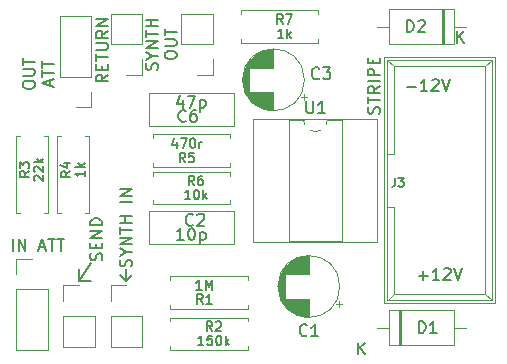
<source format=gbr>
%TF.GenerationSoftware,KiCad,Pcbnew,(6.0.0)*%
%TF.CreationDate,2022-01-09T16:20:31+00:00*%
%TF.ProjectId,aistompboxadapter,61697374-6f6d-4706-926f-786164617074,rev?*%
%TF.SameCoordinates,Original*%
%TF.FileFunction,Legend,Top*%
%TF.FilePolarity,Positive*%
%FSLAX46Y46*%
G04 Gerber Fmt 4.6, Leading zero omitted, Abs format (unit mm)*
G04 Created by KiCad (PCBNEW (6.0.0)) date 2022-01-09 16:20:31*
%MOMM*%
%LPD*%
G01*
G04 APERTURE LIST*
%ADD10C,0.150000*%
%ADD11C,0.135000*%
%ADD12C,0.120000*%
%ADD13C,3.200000*%
%ADD14C,1.600000*%
%ADD15R,2.400000X1.600000*%
%ADD16O,2.400000X1.600000*%
%ADD17O,1.700000X1.700000*%
%ADD18R,1.700000X1.700000*%
%ADD19O,1.600000X1.600000*%
%ADD20R,1.727200X1.727200*%
%ADD21O,1.727200X1.727200*%
%ADD22R,2.200000X2.200000*%
%ADD23O,2.200000X2.200000*%
%ADD24R,1.600000X1.600000*%
G04 APERTURE END LIST*
D10*
X235599761Y-25642857D02*
X235647380Y-25500000D01*
X235647380Y-25261904D01*
X235599761Y-25166666D01*
X235552142Y-25119047D01*
X235456904Y-25071428D01*
X235361666Y-25071428D01*
X235266428Y-25119047D01*
X235218809Y-25166666D01*
X235171190Y-25261904D01*
X235123571Y-25452380D01*
X235075952Y-25547619D01*
X235028333Y-25595238D01*
X234933095Y-25642857D01*
X234837857Y-25642857D01*
X234742619Y-25595238D01*
X234695000Y-25547619D01*
X234647380Y-25452380D01*
X234647380Y-25214285D01*
X234695000Y-25071428D01*
X235171190Y-24452380D02*
X235647380Y-24452380D01*
X234647380Y-24785714D02*
X235171190Y-24452380D01*
X234647380Y-24119047D01*
X235647380Y-23785714D02*
X234647380Y-23785714D01*
X235647380Y-23214285D01*
X234647380Y-23214285D01*
X234647380Y-22880952D02*
X234647380Y-22309523D01*
X235647380Y-22595238D02*
X234647380Y-22595238D01*
X235647380Y-21976190D02*
X234647380Y-21976190D01*
X235123571Y-21976190D02*
X235123571Y-21404761D01*
X235647380Y-21404761D02*
X234647380Y-21404761D01*
X236257380Y-24500000D02*
X236257380Y-24309523D01*
X236305000Y-24214285D01*
X236400238Y-24119047D01*
X236590714Y-24071428D01*
X236924047Y-24071428D01*
X237114523Y-24119047D01*
X237209761Y-24214285D01*
X237257380Y-24309523D01*
X237257380Y-24500000D01*
X237209761Y-24595238D01*
X237114523Y-24690476D01*
X236924047Y-24738095D01*
X236590714Y-24738095D01*
X236400238Y-24690476D01*
X236305000Y-24595238D01*
X236257380Y-24500000D01*
X236257380Y-23642857D02*
X237066904Y-23642857D01*
X237162142Y-23595238D01*
X237209761Y-23547619D01*
X237257380Y-23452380D01*
X237257380Y-23261904D01*
X237209761Y-23166666D01*
X237162142Y-23119047D01*
X237066904Y-23071428D01*
X236257380Y-23071428D01*
X236257380Y-22738095D02*
X236257380Y-22166666D01*
X237257380Y-22452380D02*
X236257380Y-22452380D01*
X231452380Y-26071428D02*
X230976190Y-26404761D01*
X231452380Y-26642857D02*
X230452380Y-26642857D01*
X230452380Y-26261904D01*
X230500000Y-26166666D01*
X230547619Y-26119047D01*
X230642857Y-26071428D01*
X230785714Y-26071428D01*
X230880952Y-26119047D01*
X230928571Y-26166666D01*
X230976190Y-26261904D01*
X230976190Y-26642857D01*
X230928571Y-25642857D02*
X230928571Y-25309523D01*
X231452380Y-25166666D02*
X231452380Y-25642857D01*
X230452380Y-25642857D01*
X230452380Y-25166666D01*
X230452380Y-24880952D02*
X230452380Y-24309523D01*
X231452380Y-24595238D02*
X230452380Y-24595238D01*
X230452380Y-23976190D02*
X231261904Y-23976190D01*
X231357142Y-23928571D01*
X231404761Y-23880952D01*
X231452380Y-23785714D01*
X231452380Y-23595238D01*
X231404761Y-23500000D01*
X231357142Y-23452380D01*
X231261904Y-23404761D01*
X230452380Y-23404761D01*
X231452380Y-22357142D02*
X230976190Y-22690476D01*
X231452380Y-22928571D02*
X230452380Y-22928571D01*
X230452380Y-22547619D01*
X230500000Y-22452380D01*
X230547619Y-22404761D01*
X230642857Y-22357142D01*
X230785714Y-22357142D01*
X230880952Y-22404761D01*
X230928571Y-22452380D01*
X230976190Y-22547619D01*
X230976190Y-22928571D01*
X231452380Y-21928571D02*
X230452380Y-21928571D01*
X231452380Y-21357142D01*
X230452380Y-21357142D01*
X224247380Y-27000000D02*
X224247380Y-26809523D01*
X224295000Y-26714285D01*
X224390238Y-26619047D01*
X224580714Y-26571428D01*
X224914047Y-26571428D01*
X225104523Y-26619047D01*
X225199761Y-26714285D01*
X225247380Y-26809523D01*
X225247380Y-27000000D01*
X225199761Y-27095238D01*
X225104523Y-27190476D01*
X224914047Y-27238095D01*
X224580714Y-27238095D01*
X224390238Y-27190476D01*
X224295000Y-27095238D01*
X224247380Y-27000000D01*
X224247380Y-26142857D02*
X225056904Y-26142857D01*
X225152142Y-26095238D01*
X225199761Y-26047619D01*
X225247380Y-25952380D01*
X225247380Y-25761904D01*
X225199761Y-25666666D01*
X225152142Y-25619047D01*
X225056904Y-25571428D01*
X224247380Y-25571428D01*
X224247380Y-25238095D02*
X224247380Y-24666666D01*
X225247380Y-24952380D02*
X224247380Y-24952380D01*
X226571666Y-27000000D02*
X226571666Y-26523809D01*
X226857380Y-27095238D02*
X225857380Y-26761904D01*
X226857380Y-26428571D01*
X225857380Y-26238095D02*
X225857380Y-25666666D01*
X226857380Y-25952380D02*
X225857380Y-25952380D01*
X225857380Y-25476190D02*
X225857380Y-24904761D01*
X226857380Y-25190476D02*
X225857380Y-25190476D01*
X230000000Y-43500000D02*
X229000000Y-43500000D01*
X229000000Y-42500000D02*
X229000000Y-43500000D01*
X229000000Y-43500000D02*
X229000000Y-42500000D01*
X230000000Y-42000000D02*
X229000000Y-43500000D01*
X233500000Y-43000000D02*
X233000000Y-43500000D01*
X232500000Y-43000000D02*
X233000000Y-43500000D01*
X233000000Y-43500000D02*
X232500000Y-43000000D01*
X233000000Y-42500000D02*
X233000000Y-43500000D01*
X230904761Y-41761904D02*
X230952380Y-41619047D01*
X230952380Y-41380952D01*
X230904761Y-41285714D01*
X230857142Y-41238095D01*
X230761904Y-41190476D01*
X230666666Y-41190476D01*
X230571428Y-41238095D01*
X230523809Y-41285714D01*
X230476190Y-41380952D01*
X230428571Y-41571428D01*
X230380952Y-41666666D01*
X230333333Y-41714285D01*
X230238095Y-41761904D01*
X230142857Y-41761904D01*
X230047619Y-41714285D01*
X230000000Y-41666666D01*
X229952380Y-41571428D01*
X229952380Y-41333333D01*
X230000000Y-41190476D01*
X230428571Y-40761904D02*
X230428571Y-40428571D01*
X230952380Y-40285714D02*
X230952380Y-40761904D01*
X229952380Y-40761904D01*
X229952380Y-40285714D01*
X230952380Y-39857142D02*
X229952380Y-39857142D01*
X230952380Y-39285714D01*
X229952380Y-39285714D01*
X230952380Y-38809523D02*
X229952380Y-38809523D01*
X229952380Y-38571428D01*
X230000000Y-38428571D01*
X230095238Y-38333333D01*
X230190476Y-38285714D01*
X230380952Y-38238095D01*
X230523809Y-38238095D01*
X230714285Y-38285714D01*
X230809523Y-38333333D01*
X230904761Y-38428571D01*
X230952380Y-38571428D01*
X230952380Y-38809523D01*
X233404761Y-42285714D02*
X233452380Y-42142857D01*
X233452380Y-41904761D01*
X233404761Y-41809523D01*
X233357142Y-41761904D01*
X233261904Y-41714285D01*
X233166666Y-41714285D01*
X233071428Y-41761904D01*
X233023809Y-41809523D01*
X232976190Y-41904761D01*
X232928571Y-42095238D01*
X232880952Y-42190476D01*
X232833333Y-42238095D01*
X232738095Y-42285714D01*
X232642857Y-42285714D01*
X232547619Y-42238095D01*
X232500000Y-42190476D01*
X232452380Y-42095238D01*
X232452380Y-41857142D01*
X232500000Y-41714285D01*
X232976190Y-41095238D02*
X233452380Y-41095238D01*
X232452380Y-41428571D02*
X232976190Y-41095238D01*
X232452380Y-40761904D01*
X233452380Y-40428571D02*
X232452380Y-40428571D01*
X233452380Y-39857142D01*
X232452380Y-39857142D01*
X232452380Y-39523809D02*
X232452380Y-38952380D01*
X233452380Y-39238095D02*
X232452380Y-39238095D01*
X233452380Y-38619047D02*
X232452380Y-38619047D01*
X232928571Y-38619047D02*
X232928571Y-38047619D01*
X233452380Y-38047619D02*
X232452380Y-38047619D01*
X233452380Y-36809523D02*
X232452380Y-36809523D01*
X233452380Y-36333333D02*
X232452380Y-36333333D01*
X233452380Y-35761904D01*
X232452380Y-35761904D01*
X223404761Y-40952380D02*
X223404761Y-39952380D01*
X223880952Y-40952380D02*
X223880952Y-39952380D01*
X224452380Y-40952380D01*
X224452380Y-39952380D01*
X225642857Y-40666666D02*
X226119047Y-40666666D01*
X225547619Y-40952380D02*
X225880952Y-39952380D01*
X226214285Y-40952380D01*
X226404761Y-39952380D02*
X226976190Y-39952380D01*
X226690476Y-40952380D02*
X226690476Y-39952380D01*
X227166666Y-39952380D02*
X227738095Y-39952380D01*
X227452380Y-40952380D02*
X227452380Y-39952380D01*
%TO.C,C6*%
X238033333Y-29957142D02*
X237985714Y-30004761D01*
X237842857Y-30052380D01*
X237747619Y-30052380D01*
X237604761Y-30004761D01*
X237509523Y-29909523D01*
X237461904Y-29814285D01*
X237414285Y-29623809D01*
X237414285Y-29480952D01*
X237461904Y-29290476D01*
X237509523Y-29195238D01*
X237604761Y-29100000D01*
X237747619Y-29052380D01*
X237842857Y-29052380D01*
X237985714Y-29100000D01*
X238033333Y-29147619D01*
X238890476Y-29052380D02*
X238700000Y-29052380D01*
X238604761Y-29100000D01*
X238557142Y-29147619D01*
X238461904Y-29290476D01*
X238414285Y-29480952D01*
X238414285Y-29861904D01*
X238461904Y-29957142D01*
X238509523Y-30004761D01*
X238604761Y-30052380D01*
X238795238Y-30052380D01*
X238890476Y-30004761D01*
X238938095Y-29957142D01*
X238985714Y-29861904D01*
X238985714Y-29623809D01*
X238938095Y-29528571D01*
X238890476Y-29480952D01*
X238795238Y-29433333D01*
X238604761Y-29433333D01*
X238509523Y-29480952D01*
X238461904Y-29528571D01*
X238414285Y-29623809D01*
X237761904Y-28185714D02*
X237761904Y-28852380D01*
X237523809Y-27804761D02*
X237285714Y-28519047D01*
X237904761Y-28519047D01*
X238190476Y-27852380D02*
X238857142Y-27852380D01*
X238428571Y-28852380D01*
X239238095Y-28185714D02*
X239238095Y-29185714D01*
X239238095Y-28233333D02*
X239333333Y-28185714D01*
X239523809Y-28185714D01*
X239619047Y-28233333D01*
X239666666Y-28280952D01*
X239714285Y-28376190D01*
X239714285Y-28661904D01*
X239666666Y-28757142D01*
X239619047Y-28804761D01*
X239523809Y-28852380D01*
X239333333Y-28852380D01*
X239238095Y-28804761D01*
%TO.C,C2*%
X238633333Y-38757142D02*
X238585714Y-38804761D01*
X238442857Y-38852380D01*
X238347619Y-38852380D01*
X238204761Y-38804761D01*
X238109523Y-38709523D01*
X238061904Y-38614285D01*
X238014285Y-38423809D01*
X238014285Y-38280952D01*
X238061904Y-38090476D01*
X238109523Y-37995238D01*
X238204761Y-37900000D01*
X238347619Y-37852380D01*
X238442857Y-37852380D01*
X238585714Y-37900000D01*
X238633333Y-37947619D01*
X239014285Y-37947619D02*
X239061904Y-37900000D01*
X239157142Y-37852380D01*
X239395238Y-37852380D01*
X239490476Y-37900000D01*
X239538095Y-37947619D01*
X239585714Y-38042857D01*
X239585714Y-38138095D01*
X239538095Y-38280952D01*
X238966666Y-38852380D01*
X239585714Y-38852380D01*
X237857142Y-40052380D02*
X237285714Y-40052380D01*
X237571428Y-40052380D02*
X237571428Y-39052380D01*
X237476190Y-39195238D01*
X237380952Y-39290476D01*
X237285714Y-39338095D01*
X238476190Y-39052380D02*
X238571428Y-39052380D01*
X238666666Y-39100000D01*
X238714285Y-39147619D01*
X238761904Y-39242857D01*
X238809523Y-39433333D01*
X238809523Y-39671428D01*
X238761904Y-39861904D01*
X238714285Y-39957142D01*
X238666666Y-40004761D01*
X238571428Y-40052380D01*
X238476190Y-40052380D01*
X238380952Y-40004761D01*
X238333333Y-39957142D01*
X238285714Y-39861904D01*
X238238095Y-39671428D01*
X238238095Y-39433333D01*
X238285714Y-39242857D01*
X238333333Y-39147619D01*
X238380952Y-39100000D01*
X238476190Y-39052380D01*
X239238095Y-39385714D02*
X239238095Y-40385714D01*
X239238095Y-39433333D02*
X239333333Y-39385714D01*
X239523809Y-39385714D01*
X239619047Y-39433333D01*
X239666666Y-39480952D01*
X239714285Y-39576190D01*
X239714285Y-39861904D01*
X239666666Y-39957142D01*
X239619047Y-40004761D01*
X239523809Y-40052380D01*
X239333333Y-40052380D01*
X239238095Y-40004761D01*
%TO.C,U1*%
X248248095Y-28322380D02*
X248248095Y-29131904D01*
X248295714Y-29227142D01*
X248343333Y-29274761D01*
X248438571Y-29322380D01*
X248629047Y-29322380D01*
X248724285Y-29274761D01*
X248771904Y-29227142D01*
X248819523Y-29131904D01*
X248819523Y-28322380D01*
X249819523Y-29322380D02*
X249248095Y-29322380D01*
X249533809Y-29322380D02*
X249533809Y-28322380D01*
X249438571Y-28465238D01*
X249343333Y-28560476D01*
X249248095Y-28608095D01*
D11*
%TO.C,R7*%
X246256666Y-21761904D02*
X245990000Y-21380952D01*
X245799523Y-21761904D02*
X245799523Y-20961904D01*
X246104285Y-20961904D01*
X246180476Y-21000000D01*
X246218571Y-21038095D01*
X246256666Y-21114285D01*
X246256666Y-21228571D01*
X246218571Y-21304761D01*
X246180476Y-21342857D01*
X246104285Y-21380952D01*
X245799523Y-21380952D01*
X246523333Y-20961904D02*
X247056666Y-20961904D01*
X246713809Y-21761904D01*
X246294761Y-22961904D02*
X245837619Y-22961904D01*
X246066190Y-22961904D02*
X246066190Y-22161904D01*
X245990000Y-22276190D01*
X245913809Y-22352380D01*
X245837619Y-22390476D01*
X246637619Y-22961904D02*
X246637619Y-22161904D01*
X246713809Y-22657142D02*
X246942380Y-22961904D01*
X246942380Y-22428571D02*
X246637619Y-22733333D01*
%TO.C,R6*%
X238756666Y-35411904D02*
X238490000Y-35030952D01*
X238299523Y-35411904D02*
X238299523Y-34611904D01*
X238604285Y-34611904D01*
X238680476Y-34650000D01*
X238718571Y-34688095D01*
X238756666Y-34764285D01*
X238756666Y-34878571D01*
X238718571Y-34954761D01*
X238680476Y-34992857D01*
X238604285Y-35030952D01*
X238299523Y-35030952D01*
X239442380Y-34611904D02*
X239290000Y-34611904D01*
X239213809Y-34650000D01*
X239175714Y-34688095D01*
X239099523Y-34802380D01*
X239061428Y-34954761D01*
X239061428Y-35259523D01*
X239099523Y-35335714D01*
X239137619Y-35373809D01*
X239213809Y-35411904D01*
X239366190Y-35411904D01*
X239442380Y-35373809D01*
X239480476Y-35335714D01*
X239518571Y-35259523D01*
X239518571Y-35069047D01*
X239480476Y-34992857D01*
X239442380Y-34954761D01*
X239366190Y-34916666D01*
X239213809Y-34916666D01*
X239137619Y-34954761D01*
X239099523Y-34992857D01*
X239061428Y-35069047D01*
X238413809Y-36611904D02*
X237956666Y-36611904D01*
X238185238Y-36611904D02*
X238185238Y-35811904D01*
X238109047Y-35926190D01*
X238032857Y-36002380D01*
X237956666Y-36040476D01*
X238909047Y-35811904D02*
X238985238Y-35811904D01*
X239061428Y-35850000D01*
X239099523Y-35888095D01*
X239137619Y-35964285D01*
X239175714Y-36116666D01*
X239175714Y-36307142D01*
X239137619Y-36459523D01*
X239099523Y-36535714D01*
X239061428Y-36573809D01*
X238985238Y-36611904D01*
X238909047Y-36611904D01*
X238832857Y-36573809D01*
X238794761Y-36535714D01*
X238756666Y-36459523D01*
X238718571Y-36307142D01*
X238718571Y-36116666D01*
X238756666Y-35964285D01*
X238794761Y-35888095D01*
X238832857Y-35850000D01*
X238909047Y-35811904D01*
X239518571Y-36611904D02*
X239518571Y-35811904D01*
X239594761Y-36307142D02*
X239823333Y-36611904D01*
X239823333Y-36078571D02*
X239518571Y-36383333D01*
%TO.C,R5*%
X237976666Y-33461904D02*
X237710000Y-33080952D01*
X237519523Y-33461904D02*
X237519523Y-32661904D01*
X237824285Y-32661904D01*
X237900476Y-32700000D01*
X237938571Y-32738095D01*
X237976666Y-32814285D01*
X237976666Y-32928571D01*
X237938571Y-33004761D01*
X237900476Y-33042857D01*
X237824285Y-33080952D01*
X237519523Y-33080952D01*
X238700476Y-32661904D02*
X238319523Y-32661904D01*
X238281428Y-33042857D01*
X238319523Y-33004761D01*
X238395714Y-32966666D01*
X238586190Y-32966666D01*
X238662380Y-33004761D01*
X238700476Y-33042857D01*
X238738571Y-33119047D01*
X238738571Y-33309523D01*
X238700476Y-33385714D01*
X238662380Y-33423809D01*
X238586190Y-33461904D01*
X238395714Y-33461904D01*
X238319523Y-33423809D01*
X238281428Y-33385714D01*
X237252857Y-31728571D02*
X237252857Y-32261904D01*
X237062380Y-31423809D02*
X236871904Y-31995238D01*
X237367142Y-31995238D01*
X237595714Y-31461904D02*
X238129047Y-31461904D01*
X237786190Y-32261904D01*
X238586190Y-31461904D02*
X238662380Y-31461904D01*
X238738571Y-31500000D01*
X238776666Y-31538095D01*
X238814761Y-31614285D01*
X238852857Y-31766666D01*
X238852857Y-31957142D01*
X238814761Y-32109523D01*
X238776666Y-32185714D01*
X238738571Y-32223809D01*
X238662380Y-32261904D01*
X238586190Y-32261904D01*
X238510000Y-32223809D01*
X238471904Y-32185714D01*
X238433809Y-32109523D01*
X238395714Y-31957142D01*
X238395714Y-31766666D01*
X238433809Y-31614285D01*
X238471904Y-31538095D01*
X238510000Y-31500000D01*
X238586190Y-31461904D01*
X239195714Y-32261904D02*
X239195714Y-31728571D01*
X239195714Y-31880952D02*
X239233809Y-31804761D01*
X239271904Y-31766666D01*
X239348095Y-31728571D01*
X239424285Y-31728571D01*
%TO.C,R4*%
X228261904Y-34243333D02*
X227880952Y-34510000D01*
X228261904Y-34700476D02*
X227461904Y-34700476D01*
X227461904Y-34395714D01*
X227500000Y-34319523D01*
X227538095Y-34281428D01*
X227614285Y-34243333D01*
X227728571Y-34243333D01*
X227804761Y-34281428D01*
X227842857Y-34319523D01*
X227880952Y-34395714D01*
X227880952Y-34700476D01*
X227728571Y-33557619D02*
X228261904Y-33557619D01*
X227423809Y-33748095D02*
X227995238Y-33938571D01*
X227995238Y-33443333D01*
X229461904Y-34205238D02*
X229461904Y-34662380D01*
X229461904Y-34433809D02*
X228661904Y-34433809D01*
X228776190Y-34510000D01*
X228852380Y-34586190D01*
X228890476Y-34662380D01*
X229461904Y-33862380D02*
X228661904Y-33862380D01*
X229157142Y-33786190D02*
X229461904Y-33557619D01*
X228928571Y-33557619D02*
X229233333Y-33862380D01*
%TO.C,R3*%
X224761904Y-34243333D02*
X224380952Y-34510000D01*
X224761904Y-34700476D02*
X223961904Y-34700476D01*
X223961904Y-34395714D01*
X224000000Y-34319523D01*
X224038095Y-34281428D01*
X224114285Y-34243333D01*
X224228571Y-34243333D01*
X224304761Y-34281428D01*
X224342857Y-34319523D01*
X224380952Y-34395714D01*
X224380952Y-34700476D01*
X223961904Y-33976666D02*
X223961904Y-33481428D01*
X224266666Y-33748095D01*
X224266666Y-33633809D01*
X224304761Y-33557619D01*
X224342857Y-33519523D01*
X224419047Y-33481428D01*
X224609523Y-33481428D01*
X224685714Y-33519523D01*
X224723809Y-33557619D01*
X224761904Y-33633809D01*
X224761904Y-33862380D01*
X224723809Y-33938571D01*
X224685714Y-33976666D01*
X225238095Y-35043333D02*
X225200000Y-35005238D01*
X225161904Y-34929047D01*
X225161904Y-34738571D01*
X225200000Y-34662380D01*
X225238095Y-34624285D01*
X225314285Y-34586190D01*
X225390476Y-34586190D01*
X225504761Y-34624285D01*
X225961904Y-35081428D01*
X225961904Y-34586190D01*
X225238095Y-34281428D02*
X225200000Y-34243333D01*
X225161904Y-34167142D01*
X225161904Y-33976666D01*
X225200000Y-33900476D01*
X225238095Y-33862380D01*
X225314285Y-33824285D01*
X225390476Y-33824285D01*
X225504761Y-33862380D01*
X225961904Y-34319523D01*
X225961904Y-33824285D01*
X225961904Y-33481428D02*
X225161904Y-33481428D01*
X225657142Y-33405238D02*
X225961904Y-33176666D01*
X225428571Y-33176666D02*
X225733333Y-33481428D01*
%TO.C,R2*%
X240256666Y-47761904D02*
X239990000Y-47380952D01*
X239799523Y-47761904D02*
X239799523Y-46961904D01*
X240104285Y-46961904D01*
X240180476Y-47000000D01*
X240218571Y-47038095D01*
X240256666Y-47114285D01*
X240256666Y-47228571D01*
X240218571Y-47304761D01*
X240180476Y-47342857D01*
X240104285Y-47380952D01*
X239799523Y-47380952D01*
X240561428Y-47038095D02*
X240599523Y-47000000D01*
X240675714Y-46961904D01*
X240866190Y-46961904D01*
X240942380Y-47000000D01*
X240980476Y-47038095D01*
X241018571Y-47114285D01*
X241018571Y-47190476D01*
X240980476Y-47304761D01*
X240523333Y-47761904D01*
X241018571Y-47761904D01*
X239532857Y-48961904D02*
X239075714Y-48961904D01*
X239304285Y-48961904D02*
X239304285Y-48161904D01*
X239228095Y-48276190D01*
X239151904Y-48352380D01*
X239075714Y-48390476D01*
X240256666Y-48161904D02*
X239875714Y-48161904D01*
X239837619Y-48542857D01*
X239875714Y-48504761D01*
X239951904Y-48466666D01*
X240142380Y-48466666D01*
X240218571Y-48504761D01*
X240256666Y-48542857D01*
X240294761Y-48619047D01*
X240294761Y-48809523D01*
X240256666Y-48885714D01*
X240218571Y-48923809D01*
X240142380Y-48961904D01*
X239951904Y-48961904D01*
X239875714Y-48923809D01*
X239837619Y-48885714D01*
X240790000Y-48161904D02*
X240866190Y-48161904D01*
X240942380Y-48200000D01*
X240980476Y-48238095D01*
X241018571Y-48314285D01*
X241056666Y-48466666D01*
X241056666Y-48657142D01*
X241018571Y-48809523D01*
X240980476Y-48885714D01*
X240942380Y-48923809D01*
X240866190Y-48961904D01*
X240790000Y-48961904D01*
X240713809Y-48923809D01*
X240675714Y-48885714D01*
X240637619Y-48809523D01*
X240599523Y-48657142D01*
X240599523Y-48466666D01*
X240637619Y-48314285D01*
X240675714Y-48238095D01*
X240713809Y-48200000D01*
X240790000Y-48161904D01*
X241399523Y-48961904D02*
X241399523Y-48161904D01*
X241475714Y-48657142D02*
X241704285Y-48961904D01*
X241704285Y-48428571D02*
X241399523Y-48733333D01*
%TO.C,R1*%
X239476666Y-45461904D02*
X239210000Y-45080952D01*
X239019523Y-45461904D02*
X239019523Y-44661904D01*
X239324285Y-44661904D01*
X239400476Y-44700000D01*
X239438571Y-44738095D01*
X239476666Y-44814285D01*
X239476666Y-44928571D01*
X239438571Y-45004761D01*
X239400476Y-45042857D01*
X239324285Y-45080952D01*
X239019523Y-45080952D01*
X240238571Y-45461904D02*
X239781428Y-45461904D01*
X240010000Y-45461904D02*
X240010000Y-44661904D01*
X239933809Y-44776190D01*
X239857619Y-44852380D01*
X239781428Y-44890476D01*
X239381428Y-44261904D02*
X238924285Y-44261904D01*
X239152857Y-44261904D02*
X239152857Y-43461904D01*
X239076666Y-43576190D01*
X239000476Y-43652380D01*
X238924285Y-43690476D01*
X239724285Y-44261904D02*
X239724285Y-43461904D01*
X239990952Y-44033333D01*
X240257619Y-43461904D01*
X240257619Y-44261904D01*
D10*
%TO.C,J3*%
X255750000Y-34789285D02*
X255750000Y-35325000D01*
X255714285Y-35432142D01*
X255642857Y-35503571D01*
X255535714Y-35539285D01*
X255464285Y-35539285D01*
X256035714Y-34789285D02*
X256500000Y-34789285D01*
X256250000Y-35075000D01*
X256357142Y-35075000D01*
X256428571Y-35110714D01*
X256464285Y-35146428D01*
X256500000Y-35217857D01*
X256500000Y-35396428D01*
X256464285Y-35467857D01*
X256428571Y-35503571D01*
X256357142Y-35539285D01*
X256142857Y-35539285D01*
X256071428Y-35503571D01*
X256035714Y-35467857D01*
X256738095Y-27071428D02*
X257500000Y-27071428D01*
X258500000Y-27452380D02*
X257928571Y-27452380D01*
X258214285Y-27452380D02*
X258214285Y-26452380D01*
X258119047Y-26595238D01*
X258023809Y-26690476D01*
X257928571Y-26738095D01*
X258880952Y-26547619D02*
X258928571Y-26500000D01*
X259023809Y-26452380D01*
X259261904Y-26452380D01*
X259357142Y-26500000D01*
X259404761Y-26547619D01*
X259452380Y-26642857D01*
X259452380Y-26738095D01*
X259404761Y-26880952D01*
X258833333Y-27452380D01*
X259452380Y-27452380D01*
X259738095Y-26452380D02*
X260071428Y-27452380D01*
X260404761Y-26452380D01*
X257743095Y-43071428D02*
X258505000Y-43071428D01*
X258124047Y-43452380D02*
X258124047Y-42690476D01*
X259505000Y-43452380D02*
X258933571Y-43452380D01*
X259219285Y-43452380D02*
X259219285Y-42452380D01*
X259124047Y-42595238D01*
X259028809Y-42690476D01*
X258933571Y-42738095D01*
X259885952Y-42547619D02*
X259933571Y-42500000D01*
X260028809Y-42452380D01*
X260266904Y-42452380D01*
X260362142Y-42500000D01*
X260409761Y-42547619D01*
X260457380Y-42642857D01*
X260457380Y-42738095D01*
X260409761Y-42880952D01*
X259838333Y-43452380D01*
X260457380Y-43452380D01*
X260743095Y-42452380D02*
X261076428Y-43452380D01*
X261409761Y-42452380D01*
X254404761Y-29357142D02*
X254452380Y-29214285D01*
X254452380Y-28976190D01*
X254404761Y-28880952D01*
X254357142Y-28833333D01*
X254261904Y-28785714D01*
X254166666Y-28785714D01*
X254071428Y-28833333D01*
X254023809Y-28880952D01*
X253976190Y-28976190D01*
X253928571Y-29166666D01*
X253880952Y-29261904D01*
X253833333Y-29309523D01*
X253738095Y-29357142D01*
X253642857Y-29357142D01*
X253547619Y-29309523D01*
X253500000Y-29261904D01*
X253452380Y-29166666D01*
X253452380Y-28928571D01*
X253500000Y-28785714D01*
X253452380Y-28500000D02*
X253452380Y-27928571D01*
X254452380Y-28214285D02*
X253452380Y-28214285D01*
X254452380Y-27023809D02*
X253976190Y-27357142D01*
X254452380Y-27595238D02*
X253452380Y-27595238D01*
X253452380Y-27214285D01*
X253500000Y-27119047D01*
X253547619Y-27071428D01*
X253642857Y-27023809D01*
X253785714Y-27023809D01*
X253880952Y-27071428D01*
X253928571Y-27119047D01*
X253976190Y-27214285D01*
X253976190Y-27595238D01*
X254452380Y-26595238D02*
X253452380Y-26595238D01*
X254452380Y-26119047D02*
X253452380Y-26119047D01*
X253452380Y-25738095D01*
X253500000Y-25642857D01*
X253547619Y-25595238D01*
X253642857Y-25547619D01*
X253785714Y-25547619D01*
X253880952Y-25595238D01*
X253928571Y-25642857D01*
X253976190Y-25738095D01*
X253976190Y-26119047D01*
X253928571Y-25119047D02*
X253928571Y-24785714D01*
X254452380Y-24642857D02*
X254452380Y-25119047D01*
X253452380Y-25119047D01*
X253452380Y-24642857D01*
%TO.C,D2*%
X256761904Y-22452380D02*
X256761904Y-21452380D01*
X257000000Y-21452380D01*
X257142857Y-21500000D01*
X257238095Y-21595238D01*
X257285714Y-21690476D01*
X257333333Y-21880952D01*
X257333333Y-22023809D01*
X257285714Y-22214285D01*
X257238095Y-22309523D01*
X257142857Y-22404761D01*
X257000000Y-22452380D01*
X256761904Y-22452380D01*
X257714285Y-21547619D02*
X257761904Y-21500000D01*
X257857142Y-21452380D01*
X258095238Y-21452380D01*
X258190476Y-21500000D01*
X258238095Y-21547619D01*
X258285714Y-21642857D01*
X258285714Y-21738095D01*
X258238095Y-21880952D01*
X257666666Y-22452380D01*
X258285714Y-22452380D01*
X261038095Y-23352380D02*
X261038095Y-22352380D01*
X261609523Y-23352380D02*
X261180952Y-22780952D01*
X261609523Y-22352380D02*
X261038095Y-22923809D01*
%TO.C,D1*%
X257761904Y-47952380D02*
X257761904Y-46952380D01*
X258000000Y-46952380D01*
X258142857Y-47000000D01*
X258238095Y-47095238D01*
X258285714Y-47190476D01*
X258333333Y-47380952D01*
X258333333Y-47523809D01*
X258285714Y-47714285D01*
X258238095Y-47809523D01*
X258142857Y-47904761D01*
X258000000Y-47952380D01*
X257761904Y-47952380D01*
X259285714Y-47952380D02*
X258714285Y-47952380D01*
X259000000Y-47952380D02*
X259000000Y-46952380D01*
X258904761Y-47095238D01*
X258809523Y-47190476D01*
X258714285Y-47238095D01*
X252638095Y-49752380D02*
X252638095Y-48752380D01*
X253209523Y-49752380D02*
X252780952Y-49180952D01*
X253209523Y-48752380D02*
X252638095Y-49323809D01*
%TO.C,C3*%
X249333333Y-26357142D02*
X249285714Y-26404761D01*
X249142857Y-26452380D01*
X249047619Y-26452380D01*
X248904761Y-26404761D01*
X248809523Y-26309523D01*
X248761904Y-26214285D01*
X248714285Y-26023809D01*
X248714285Y-25880952D01*
X248761904Y-25690476D01*
X248809523Y-25595238D01*
X248904761Y-25500000D01*
X249047619Y-25452380D01*
X249142857Y-25452380D01*
X249285714Y-25500000D01*
X249333333Y-25547619D01*
X249666666Y-25452380D02*
X250285714Y-25452380D01*
X249952380Y-25833333D01*
X250095238Y-25833333D01*
X250190476Y-25880952D01*
X250238095Y-25928571D01*
X250285714Y-26023809D01*
X250285714Y-26261904D01*
X250238095Y-26357142D01*
X250190476Y-26404761D01*
X250095238Y-26452380D01*
X249809523Y-26452380D01*
X249714285Y-26404761D01*
X249666666Y-26357142D01*
%TO.C,C1*%
X248288446Y-48107142D02*
X248240827Y-48154761D01*
X248097970Y-48202380D01*
X248002732Y-48202380D01*
X247859874Y-48154761D01*
X247764636Y-48059523D01*
X247717017Y-47964285D01*
X247669398Y-47773809D01*
X247669398Y-47630952D01*
X247717017Y-47440476D01*
X247764636Y-47345238D01*
X247859874Y-47250000D01*
X248002732Y-47202380D01*
X248097970Y-47202380D01*
X248240827Y-47250000D01*
X248288446Y-47297619D01*
X249240827Y-48202380D02*
X248669398Y-48202380D01*
X248955113Y-48202380D02*
X248955113Y-47202380D01*
X248859874Y-47345238D01*
X248764636Y-47440476D01*
X248669398Y-47488095D01*
D12*
%TO.C,C6*%
X242120000Y-27630000D02*
X234880000Y-27630000D01*
X242120000Y-30370000D02*
X234880000Y-30370000D01*
X242120000Y-30370000D02*
X242120000Y-27630000D01*
X234880000Y-30370000D02*
X234880000Y-27630000D01*
%TO.C,C2*%
X234880000Y-40370000D02*
X242120000Y-40370000D01*
X234880000Y-37630000D02*
X242120000Y-37630000D01*
X234880000Y-37630000D02*
X234880000Y-40370000D01*
X242120000Y-37630000D02*
X242120000Y-40370000D01*
%TO.C,U1*%
X248010000Y-29870000D02*
G75*
G03*
X250010000Y-29870000I1000000J0D01*
G01*
X248010000Y-29870000D02*
X246760000Y-29870000D01*
X246760000Y-29870000D02*
X246760000Y-40150000D01*
X246760000Y-40150000D02*
X251260000Y-40150000D01*
X251260000Y-40150000D02*
X251260000Y-29870000D01*
X251260000Y-29870000D02*
X250010000Y-29870000D01*
X243760000Y-29810000D02*
X243760000Y-40210000D01*
X243760000Y-40210000D02*
X254260000Y-40210000D01*
X254260000Y-40210000D02*
X254260000Y-29810000D01*
X254260000Y-29810000D02*
X243760000Y-29810000D01*
%TO.C,RV2*%
X230030000Y-28830000D02*
X228700000Y-28830000D01*
X230030000Y-27500000D02*
X230030000Y-28830000D01*
X230030000Y-26230000D02*
X227370000Y-26230000D01*
X227370000Y-26230000D02*
X227370000Y-21090000D01*
X230030000Y-26230000D02*
X230030000Y-21090000D01*
X230030000Y-21090000D02*
X227370000Y-21090000D01*
%TO.C,RV1*%
X223670000Y-41645000D02*
X225000000Y-41645000D01*
X223670000Y-42975000D02*
X223670000Y-41645000D01*
X223670000Y-44245000D02*
X226330000Y-44245000D01*
X226330000Y-44245000D02*
X226330000Y-49385000D01*
X223670000Y-44245000D02*
X223670000Y-49385000D01*
X223670000Y-49385000D02*
X226330000Y-49385000D01*
%TO.C,R7*%
X242730000Y-23040000D02*
X242730000Y-23370000D01*
X242730000Y-23370000D02*
X249270000Y-23370000D01*
X242730000Y-20630000D02*
X249270000Y-20630000D01*
X242730000Y-20960000D02*
X242730000Y-20630000D01*
X249270000Y-23370000D02*
X249270000Y-23040000D01*
X249270000Y-20630000D02*
X249270000Y-20960000D01*
%TO.C,R6*%
X235230000Y-36690000D02*
X235230000Y-37020000D01*
X235230000Y-37020000D02*
X241770000Y-37020000D01*
X235230000Y-34280000D02*
X241770000Y-34280000D01*
X235230000Y-34610000D02*
X235230000Y-34280000D01*
X241770000Y-37020000D02*
X241770000Y-36690000D01*
X241770000Y-34280000D02*
X241770000Y-34610000D01*
%TO.C,R5*%
X241770000Y-31460000D02*
X241770000Y-31130000D01*
X241770000Y-31130000D02*
X235230000Y-31130000D01*
X241770000Y-33870000D02*
X235230000Y-33870000D01*
X241770000Y-33540000D02*
X241770000Y-33870000D01*
X235230000Y-31130000D02*
X235230000Y-31460000D01*
X235230000Y-33870000D02*
X235230000Y-33540000D01*
%TO.C,R4*%
X229540000Y-37770000D02*
X229870000Y-37770000D01*
X229870000Y-37770000D02*
X229870000Y-31230000D01*
X227130000Y-37770000D02*
X227130000Y-31230000D01*
X227460000Y-37770000D02*
X227130000Y-37770000D01*
X229870000Y-31230000D02*
X229540000Y-31230000D01*
X227130000Y-31230000D02*
X227460000Y-31230000D01*
%TO.C,R3*%
X226040000Y-37770000D02*
X226370000Y-37770000D01*
X226370000Y-37770000D02*
X226370000Y-31230000D01*
X223630000Y-37770000D02*
X223630000Y-31230000D01*
X223960000Y-37770000D02*
X223630000Y-37770000D01*
X226370000Y-31230000D02*
X226040000Y-31230000D01*
X223630000Y-31230000D02*
X223960000Y-31230000D01*
%TO.C,R2*%
X236730000Y-49040000D02*
X236730000Y-49370000D01*
X236730000Y-49370000D02*
X243270000Y-49370000D01*
X236730000Y-46630000D02*
X243270000Y-46630000D01*
X236730000Y-46960000D02*
X236730000Y-46630000D01*
X243270000Y-49370000D02*
X243270000Y-49040000D01*
X243270000Y-46630000D02*
X243270000Y-46960000D01*
%TO.C,R1*%
X243270000Y-43460000D02*
X243270000Y-43130000D01*
X243270000Y-43130000D02*
X236730000Y-43130000D01*
X243270000Y-45870000D02*
X236730000Y-45870000D01*
X243270000Y-45540000D02*
X243270000Y-45870000D01*
X236730000Y-43130000D02*
X236730000Y-43460000D01*
X236730000Y-45870000D02*
X236730000Y-45540000D01*
%TO.C,J5*%
X240330000Y-20905000D02*
X237670000Y-20905000D01*
X240330000Y-23505000D02*
X240330000Y-20905000D01*
X237670000Y-23505000D02*
X237670000Y-20905000D01*
X240330000Y-23505000D02*
X237670000Y-23505000D01*
X240330000Y-24775000D02*
X240330000Y-26105000D01*
X240330000Y-26105000D02*
X239000000Y-26105000D01*
%TO.C,J4*%
X227670000Y-49095000D02*
X230330000Y-49095000D01*
X227670000Y-46495000D02*
X227670000Y-49095000D01*
X230330000Y-46495000D02*
X230330000Y-49095000D01*
X227670000Y-46495000D02*
X230330000Y-46495000D01*
X227670000Y-45225000D02*
X227670000Y-43895000D01*
X227670000Y-43895000D02*
X229000000Y-43895000D01*
%TO.C,J3*%
X263380000Y-44620000D02*
X255630000Y-44620000D01*
X255080000Y-24820000D02*
X263930000Y-24820000D01*
X255630000Y-37250000D02*
X255120000Y-37250000D01*
X263930000Y-45170000D02*
X255080000Y-45170000D01*
X255080000Y-45170000D02*
X255080000Y-24820000D01*
X264175000Y-45430000D02*
X254825000Y-45430000D01*
X263930000Y-24820000D02*
X263930000Y-45170000D01*
X264175000Y-24570000D02*
X264175000Y-45430000D01*
X255630000Y-32750000D02*
X255630000Y-25370000D01*
X255130000Y-32750000D02*
X255610000Y-32750000D01*
X255630000Y-44620000D02*
X255630000Y-37270000D01*
X255080000Y-24820000D02*
X255630000Y-25370000D01*
X255630000Y-25370000D02*
X263380000Y-25370000D01*
X255630000Y-44620000D02*
X255130000Y-45120000D01*
X254825000Y-24570000D02*
X264175000Y-24570000D01*
X254825000Y-45430000D02*
X254825000Y-24570000D01*
X263380000Y-44620000D02*
X263930000Y-45170000D01*
X263380000Y-25370000D02*
X263930000Y-24820000D01*
X263380000Y-25370000D02*
X263380000Y-44620000D01*
%TO.C,J2*%
X234330000Y-20905000D02*
X231670000Y-20905000D01*
X234330000Y-23505000D02*
X234330000Y-20905000D01*
X231670000Y-23505000D02*
X231670000Y-20905000D01*
X234330000Y-23505000D02*
X231670000Y-23505000D01*
X234330000Y-24775000D02*
X234330000Y-26105000D01*
X234330000Y-26105000D02*
X233000000Y-26105000D01*
%TO.C,J1*%
X231670000Y-49095000D02*
X234330000Y-49095000D01*
X231670000Y-46495000D02*
X231670000Y-49095000D01*
X234330000Y-46495000D02*
X234330000Y-49095000D01*
X231670000Y-46495000D02*
X234330000Y-46495000D01*
X231670000Y-45225000D02*
X231670000Y-43895000D01*
X231670000Y-43895000D02*
X233000000Y-43895000D01*
%TO.C,D2*%
X260720000Y-23470000D02*
X260720000Y-20530000D01*
X260720000Y-20530000D02*
X255280000Y-20530000D01*
X255280000Y-20530000D02*
X255280000Y-23470000D01*
X255280000Y-23470000D02*
X260720000Y-23470000D01*
X261740000Y-22000000D02*
X260720000Y-22000000D01*
X254260000Y-22000000D02*
X255280000Y-22000000D01*
X259820000Y-23470000D02*
X259820000Y-20530000D01*
X259700000Y-23470000D02*
X259700000Y-20530000D01*
X259940000Y-23470000D02*
X259940000Y-20530000D01*
%TO.C,D1*%
X255280000Y-46030000D02*
X255280000Y-48970000D01*
X255280000Y-48970000D02*
X260720000Y-48970000D01*
X260720000Y-48970000D02*
X260720000Y-46030000D01*
X260720000Y-46030000D02*
X255280000Y-46030000D01*
X254260000Y-47500000D02*
X255280000Y-47500000D01*
X261740000Y-47500000D02*
X260720000Y-47500000D01*
X256180000Y-46030000D02*
X256180000Y-48970000D01*
X256300000Y-46030000D02*
X256300000Y-48970000D01*
X256060000Y-46030000D02*
X256060000Y-48970000D01*
%TO.C,C3*%
X248075113Y-26500000D02*
G75*
G03*
X248075113Y-26500000I-2620000J0D01*
G01*
X245455113Y-25460000D02*
X245455113Y-23920000D01*
X245455113Y-29080000D02*
X245455113Y-27540000D01*
X245415113Y-25460000D02*
X245415113Y-23920000D01*
X245415113Y-29080000D02*
X245415113Y-27540000D01*
X245375113Y-29079000D02*
X245375113Y-27540000D01*
X245375113Y-25460000D02*
X245375113Y-23921000D01*
X245335113Y-29078000D02*
X245335113Y-27540000D01*
X245335113Y-25460000D02*
X245335113Y-23922000D01*
X245295113Y-29076000D02*
X245295113Y-27540000D01*
X245295113Y-25460000D02*
X245295113Y-23924000D01*
X245255113Y-29073000D02*
X245255113Y-27540000D01*
X245255113Y-25460000D02*
X245255113Y-23927000D01*
X245215113Y-29069000D02*
X245215113Y-27540000D01*
X245215113Y-25460000D02*
X245215113Y-23931000D01*
X245175113Y-29065000D02*
X245175113Y-27540000D01*
X245175113Y-25460000D02*
X245175113Y-23935000D01*
X245135113Y-29061000D02*
X245135113Y-27540000D01*
X245135113Y-25460000D02*
X245135113Y-23939000D01*
X245095113Y-29056000D02*
X245095113Y-27540000D01*
X245095113Y-25460000D02*
X245095113Y-23944000D01*
X245055113Y-29050000D02*
X245055113Y-27540000D01*
X245055113Y-25460000D02*
X245055113Y-23950000D01*
X245015113Y-29043000D02*
X245015113Y-27540000D01*
X245015113Y-25460000D02*
X245015113Y-23957000D01*
X244975113Y-29036000D02*
X244975113Y-27540000D01*
X244975113Y-25460000D02*
X244975113Y-23964000D01*
X244935113Y-29028000D02*
X244935113Y-27540000D01*
X244935113Y-25460000D02*
X244935113Y-23972000D01*
X244895113Y-29020000D02*
X244895113Y-27540000D01*
X244895113Y-25460000D02*
X244895113Y-23980000D01*
X244855113Y-29011000D02*
X244855113Y-27540000D01*
X244855113Y-25460000D02*
X244855113Y-23989000D01*
X244815113Y-29001000D02*
X244815113Y-27540000D01*
X244815113Y-25460000D02*
X244815113Y-23999000D01*
X244775113Y-28991000D02*
X244775113Y-27540000D01*
X244775113Y-25460000D02*
X244775113Y-24009000D01*
X244734113Y-28980000D02*
X244734113Y-27540000D01*
X244734113Y-25460000D02*
X244734113Y-24020000D01*
X244694113Y-28968000D02*
X244694113Y-27540000D01*
X244694113Y-25460000D02*
X244694113Y-24032000D01*
X244654113Y-28955000D02*
X244654113Y-27540000D01*
X244654113Y-25460000D02*
X244654113Y-24045000D01*
X244614113Y-28942000D02*
X244614113Y-27540000D01*
X244614113Y-25460000D02*
X244614113Y-24058000D01*
X244574113Y-28928000D02*
X244574113Y-27540000D01*
X244574113Y-25460000D02*
X244574113Y-24072000D01*
X244534113Y-28914000D02*
X244534113Y-27540000D01*
X244534113Y-25460000D02*
X244534113Y-24086000D01*
X244494113Y-28898000D02*
X244494113Y-27540000D01*
X244494113Y-25460000D02*
X244494113Y-24102000D01*
X244454113Y-28882000D02*
X244454113Y-27540000D01*
X244454113Y-25460000D02*
X244454113Y-24118000D01*
X244414113Y-28865000D02*
X244414113Y-27540000D01*
X244414113Y-25460000D02*
X244414113Y-24135000D01*
X244374113Y-28848000D02*
X244374113Y-27540000D01*
X244374113Y-25460000D02*
X244374113Y-24152000D01*
X244334113Y-28829000D02*
X244334113Y-27540000D01*
X244334113Y-25460000D02*
X244334113Y-24171000D01*
X244294113Y-28810000D02*
X244294113Y-27540000D01*
X244294113Y-25460000D02*
X244294113Y-24190000D01*
X244254113Y-28790000D02*
X244254113Y-27540000D01*
X244254113Y-25460000D02*
X244254113Y-24210000D01*
X244214113Y-28768000D02*
X244214113Y-27540000D01*
X244214113Y-25460000D02*
X244214113Y-24232000D01*
X244174113Y-28747000D02*
X244174113Y-27540000D01*
X244174113Y-25460000D02*
X244174113Y-24253000D01*
X244134113Y-28724000D02*
X244134113Y-27540000D01*
X244134113Y-25460000D02*
X244134113Y-24276000D01*
X244094113Y-28700000D02*
X244094113Y-27540000D01*
X244094113Y-25460000D02*
X244094113Y-24300000D01*
X244054113Y-28675000D02*
X244054113Y-27540000D01*
X244054113Y-25460000D02*
X244054113Y-24325000D01*
X244014113Y-28649000D02*
X244014113Y-27540000D01*
X244014113Y-25460000D02*
X244014113Y-24351000D01*
X243974113Y-28622000D02*
X243974113Y-27540000D01*
X243974113Y-25460000D02*
X243974113Y-24378000D01*
X243934113Y-28595000D02*
X243934113Y-27540000D01*
X243934113Y-25460000D02*
X243934113Y-24405000D01*
X243894113Y-28565000D02*
X243894113Y-27540000D01*
X243894113Y-25460000D02*
X243894113Y-24435000D01*
X243854113Y-28535000D02*
X243854113Y-27540000D01*
X243854113Y-25460000D02*
X243854113Y-24465000D01*
X243814113Y-28504000D02*
X243814113Y-27540000D01*
X243814113Y-25460000D02*
X243814113Y-24496000D01*
X243774113Y-28471000D02*
X243774113Y-27540000D01*
X243774113Y-25460000D02*
X243774113Y-24529000D01*
X243734113Y-28437000D02*
X243734113Y-27540000D01*
X243734113Y-25460000D02*
X243734113Y-24563000D01*
X243694113Y-28401000D02*
X243694113Y-27540000D01*
X243694113Y-25460000D02*
X243694113Y-24599000D01*
X243654113Y-28364000D02*
X243654113Y-27540000D01*
X243654113Y-25460000D02*
X243654113Y-24636000D01*
X243614113Y-28326000D02*
X243614113Y-27540000D01*
X243614113Y-25460000D02*
X243614113Y-24674000D01*
X243574113Y-28285000D02*
X243574113Y-27540000D01*
X243574113Y-25460000D02*
X243574113Y-24715000D01*
X243534113Y-28243000D02*
X243534113Y-27540000D01*
X243534113Y-25460000D02*
X243534113Y-24757000D01*
X243494113Y-28199000D02*
X243494113Y-27540000D01*
X243494113Y-25460000D02*
X243494113Y-24801000D01*
X243454113Y-28153000D02*
X243454113Y-27540000D01*
X243454113Y-25460000D02*
X243454113Y-24847000D01*
X243414113Y-28105000D02*
X243414113Y-24895000D01*
X243374113Y-28054000D02*
X243374113Y-24946000D01*
X243334113Y-28000000D02*
X243334113Y-25000000D01*
X243294113Y-27943000D02*
X243294113Y-25057000D01*
X243254113Y-27883000D02*
X243254113Y-25117000D01*
X243214113Y-27819000D02*
X243214113Y-25181000D01*
X243174113Y-27751000D02*
X243174113Y-25249000D01*
X243134113Y-27678000D02*
X243134113Y-25322000D01*
X243094113Y-27598000D02*
X243094113Y-25402000D01*
X243054113Y-27511000D02*
X243054113Y-25489000D01*
X243014113Y-27415000D02*
X243014113Y-25585000D01*
X242974113Y-27305000D02*
X242974113Y-25695000D01*
X242934113Y-27177000D02*
X242934113Y-25823000D01*
X242894113Y-27018000D02*
X242894113Y-25982000D01*
X242854113Y-26784000D02*
X242854113Y-26216000D01*
X248259888Y-27975000D02*
X247759888Y-27975000D01*
X248009888Y-28225000D02*
X248009888Y-27725000D01*
%TO.C,C1*%
X251075113Y-44000000D02*
G75*
G03*
X251075113Y-44000000I-2620000J0D01*
G01*
X248455113Y-42960000D02*
X248455113Y-41420000D01*
X248455113Y-46580000D02*
X248455113Y-45040000D01*
X248415113Y-42960000D02*
X248415113Y-41420000D01*
X248415113Y-46580000D02*
X248415113Y-45040000D01*
X248375113Y-46579000D02*
X248375113Y-45040000D01*
X248375113Y-42960000D02*
X248375113Y-41421000D01*
X248335113Y-46578000D02*
X248335113Y-45040000D01*
X248335113Y-42960000D02*
X248335113Y-41422000D01*
X248295113Y-46576000D02*
X248295113Y-45040000D01*
X248295113Y-42960000D02*
X248295113Y-41424000D01*
X248255113Y-46573000D02*
X248255113Y-45040000D01*
X248255113Y-42960000D02*
X248255113Y-41427000D01*
X248215113Y-46569000D02*
X248215113Y-45040000D01*
X248215113Y-42960000D02*
X248215113Y-41431000D01*
X248175113Y-46565000D02*
X248175113Y-45040000D01*
X248175113Y-42960000D02*
X248175113Y-41435000D01*
X248135113Y-46561000D02*
X248135113Y-45040000D01*
X248135113Y-42960000D02*
X248135113Y-41439000D01*
X248095113Y-46556000D02*
X248095113Y-45040000D01*
X248095113Y-42960000D02*
X248095113Y-41444000D01*
X248055113Y-46550000D02*
X248055113Y-45040000D01*
X248055113Y-42960000D02*
X248055113Y-41450000D01*
X248015113Y-46543000D02*
X248015113Y-45040000D01*
X248015113Y-42960000D02*
X248015113Y-41457000D01*
X247975113Y-46536000D02*
X247975113Y-45040000D01*
X247975113Y-42960000D02*
X247975113Y-41464000D01*
X247935113Y-46528000D02*
X247935113Y-45040000D01*
X247935113Y-42960000D02*
X247935113Y-41472000D01*
X247895113Y-46520000D02*
X247895113Y-45040000D01*
X247895113Y-42960000D02*
X247895113Y-41480000D01*
X247855113Y-46511000D02*
X247855113Y-45040000D01*
X247855113Y-42960000D02*
X247855113Y-41489000D01*
X247815113Y-46501000D02*
X247815113Y-45040000D01*
X247815113Y-42960000D02*
X247815113Y-41499000D01*
X247775113Y-46491000D02*
X247775113Y-45040000D01*
X247775113Y-42960000D02*
X247775113Y-41509000D01*
X247734113Y-46480000D02*
X247734113Y-45040000D01*
X247734113Y-42960000D02*
X247734113Y-41520000D01*
X247694113Y-46468000D02*
X247694113Y-45040000D01*
X247694113Y-42960000D02*
X247694113Y-41532000D01*
X247654113Y-46455000D02*
X247654113Y-45040000D01*
X247654113Y-42960000D02*
X247654113Y-41545000D01*
X247614113Y-46442000D02*
X247614113Y-45040000D01*
X247614113Y-42960000D02*
X247614113Y-41558000D01*
X247574113Y-46428000D02*
X247574113Y-45040000D01*
X247574113Y-42960000D02*
X247574113Y-41572000D01*
X247534113Y-46414000D02*
X247534113Y-45040000D01*
X247534113Y-42960000D02*
X247534113Y-41586000D01*
X247494113Y-46398000D02*
X247494113Y-45040000D01*
X247494113Y-42960000D02*
X247494113Y-41602000D01*
X247454113Y-46382000D02*
X247454113Y-45040000D01*
X247454113Y-42960000D02*
X247454113Y-41618000D01*
X247414113Y-46365000D02*
X247414113Y-45040000D01*
X247414113Y-42960000D02*
X247414113Y-41635000D01*
X247374113Y-46348000D02*
X247374113Y-45040000D01*
X247374113Y-42960000D02*
X247374113Y-41652000D01*
X247334113Y-46329000D02*
X247334113Y-45040000D01*
X247334113Y-42960000D02*
X247334113Y-41671000D01*
X247294113Y-46310000D02*
X247294113Y-45040000D01*
X247294113Y-42960000D02*
X247294113Y-41690000D01*
X247254113Y-46290000D02*
X247254113Y-45040000D01*
X247254113Y-42960000D02*
X247254113Y-41710000D01*
X247214113Y-46268000D02*
X247214113Y-45040000D01*
X247214113Y-42960000D02*
X247214113Y-41732000D01*
X247174113Y-46247000D02*
X247174113Y-45040000D01*
X247174113Y-42960000D02*
X247174113Y-41753000D01*
X247134113Y-46224000D02*
X247134113Y-45040000D01*
X247134113Y-42960000D02*
X247134113Y-41776000D01*
X247094113Y-46200000D02*
X247094113Y-45040000D01*
X247094113Y-42960000D02*
X247094113Y-41800000D01*
X247054113Y-46175000D02*
X247054113Y-45040000D01*
X247054113Y-42960000D02*
X247054113Y-41825000D01*
X247014113Y-46149000D02*
X247014113Y-45040000D01*
X247014113Y-42960000D02*
X247014113Y-41851000D01*
X246974113Y-46122000D02*
X246974113Y-45040000D01*
X246974113Y-42960000D02*
X246974113Y-41878000D01*
X246934113Y-46095000D02*
X246934113Y-45040000D01*
X246934113Y-42960000D02*
X246934113Y-41905000D01*
X246894113Y-46065000D02*
X246894113Y-45040000D01*
X246894113Y-42960000D02*
X246894113Y-41935000D01*
X246854113Y-46035000D02*
X246854113Y-45040000D01*
X246854113Y-42960000D02*
X246854113Y-41965000D01*
X246814113Y-46004000D02*
X246814113Y-45040000D01*
X246814113Y-42960000D02*
X246814113Y-41996000D01*
X246774113Y-45971000D02*
X246774113Y-45040000D01*
X246774113Y-42960000D02*
X246774113Y-42029000D01*
X246734113Y-45937000D02*
X246734113Y-45040000D01*
X246734113Y-42960000D02*
X246734113Y-42063000D01*
X246694113Y-45901000D02*
X246694113Y-45040000D01*
X246694113Y-42960000D02*
X246694113Y-42099000D01*
X246654113Y-45864000D02*
X246654113Y-45040000D01*
X246654113Y-42960000D02*
X246654113Y-42136000D01*
X246614113Y-45826000D02*
X246614113Y-45040000D01*
X246614113Y-42960000D02*
X246614113Y-42174000D01*
X246574113Y-45785000D02*
X246574113Y-45040000D01*
X246574113Y-42960000D02*
X246574113Y-42215000D01*
X246534113Y-45743000D02*
X246534113Y-45040000D01*
X246534113Y-42960000D02*
X246534113Y-42257000D01*
X246494113Y-45699000D02*
X246494113Y-45040000D01*
X246494113Y-42960000D02*
X246494113Y-42301000D01*
X246454113Y-45653000D02*
X246454113Y-45040000D01*
X246454113Y-42960000D02*
X246454113Y-42347000D01*
X246414113Y-45605000D02*
X246414113Y-42395000D01*
X246374113Y-45554000D02*
X246374113Y-42446000D01*
X246334113Y-45500000D02*
X246334113Y-42500000D01*
X246294113Y-45443000D02*
X246294113Y-42557000D01*
X246254113Y-45383000D02*
X246254113Y-42617000D01*
X246214113Y-45319000D02*
X246214113Y-42681000D01*
X246174113Y-45251000D02*
X246174113Y-42749000D01*
X246134113Y-45178000D02*
X246134113Y-42822000D01*
X246094113Y-45098000D02*
X246094113Y-42902000D01*
X246054113Y-45011000D02*
X246054113Y-42989000D01*
X246014113Y-44915000D02*
X246014113Y-43085000D01*
X245974113Y-44805000D02*
X245974113Y-43195000D01*
X245934113Y-44677000D02*
X245934113Y-43323000D01*
X245894113Y-44518000D02*
X245894113Y-43482000D01*
X245854113Y-44284000D02*
X245854113Y-43716000D01*
X251259888Y-45475000D02*
X250759888Y-45475000D01*
X251009888Y-45725000D02*
X251009888Y-45225000D01*
%TD*%
%LPC*%
D13*
%TO.C,H1*%
X225500000Y-22500000D03*
%TD*%
D14*
%TO.C,C6*%
X241000000Y-29000000D03*
X236000000Y-29000000D03*
%TD*%
%TO.C,C2*%
X236000000Y-39000000D03*
X241000000Y-39000000D03*
%TD*%
D15*
%TO.C,U1*%
X245200000Y-31200000D03*
D16*
X252820000Y-38820000D03*
X245200000Y-33740000D03*
X252820000Y-36280000D03*
X245200000Y-36280000D03*
X252820000Y-33740000D03*
X245200000Y-38820000D03*
X252820000Y-31200000D03*
%TD*%
D17*
%TO.C,RV2*%
X228700000Y-22420000D03*
X228700000Y-24960000D03*
D18*
X228700000Y-27500000D03*
%TD*%
D17*
%TO.C,RV1*%
X225000000Y-48055000D03*
X225000000Y-45515000D03*
D18*
X225000000Y-42975000D03*
%TD*%
D14*
%TO.C,R7*%
X242190000Y-22000000D03*
D19*
X249810000Y-22000000D03*
%TD*%
D14*
%TO.C,R6*%
X234690000Y-35650000D03*
D19*
X242310000Y-35650000D03*
%TD*%
D14*
%TO.C,R5*%
X242310000Y-32500000D03*
D19*
X234690000Y-32500000D03*
%TD*%
D14*
%TO.C,R4*%
X228500000Y-38310000D03*
D19*
X228500000Y-30690000D03*
%TD*%
D14*
%TO.C,R3*%
X225000000Y-38310000D03*
D19*
X225000000Y-30690000D03*
%TD*%
D14*
%TO.C,R2*%
X236190000Y-48000000D03*
D19*
X243810000Y-48000000D03*
%TD*%
D14*
%TO.C,R1*%
X243810000Y-44500000D03*
D19*
X236190000Y-44500000D03*
%TD*%
D18*
%TO.C,J5*%
X239000000Y-24775000D03*
D17*
X239000000Y-22235000D03*
%TD*%
D18*
%TO.C,J4*%
X229000000Y-45225000D03*
D17*
X229000000Y-47765000D03*
%TD*%
D20*
%TO.C,J3*%
X258230000Y-29920000D03*
D21*
X260770000Y-29920000D03*
X258230000Y-32460000D03*
X260770000Y-32460000D03*
X258230000Y-35000000D03*
X260770000Y-35000000D03*
X258230000Y-37540000D03*
X260770000Y-37540000D03*
X258230000Y-40080000D03*
X260770000Y-40080000D03*
%TD*%
D18*
%TO.C,J2*%
X233000000Y-24775000D03*
D17*
X233000000Y-22235000D03*
%TD*%
D18*
%TO.C,J1*%
X233000000Y-45225000D03*
D17*
X233000000Y-47765000D03*
%TD*%
D22*
%TO.C,D2*%
X263080000Y-22000000D03*
D23*
X252920000Y-22000000D03*
%TD*%
D22*
%TO.C,D1*%
X252920000Y-47500000D03*
D23*
X263080000Y-47500000D03*
%TD*%
D14*
%TO.C,C5*%
X247750000Y-31000000D03*
X250250000Y-31000000D03*
%TD*%
%TO.C,C4*%
X247750000Y-38500000D03*
X250250000Y-38500000D03*
%TD*%
D24*
%TO.C,C3*%
X246455113Y-26500000D03*
D14*
X244455113Y-26500000D03*
%TD*%
D24*
%TO.C,C1*%
X249455113Y-44000000D03*
D14*
X247455113Y-44000000D03*
%TD*%
M02*

</source>
